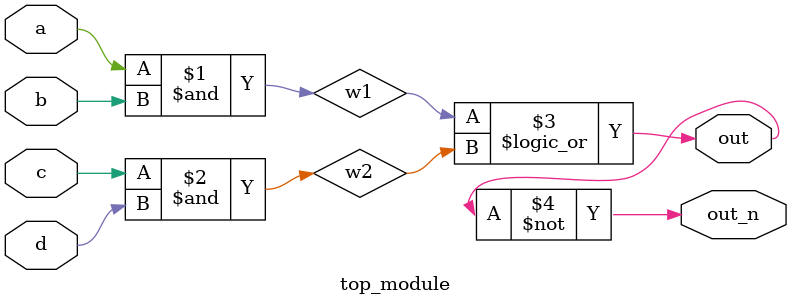
<source format=v>
`default_nettype none
module top_module(
    input a,
    input b,
    input c,
    input d,
    output out,
    output out_n   ); 
    wire w1,w2;
	
    assign w1 = a &b;
    assign w2 = c & d;
    assign out = w1 || w2;
    assign out_n =  ~out;
    
endmodule

</source>
